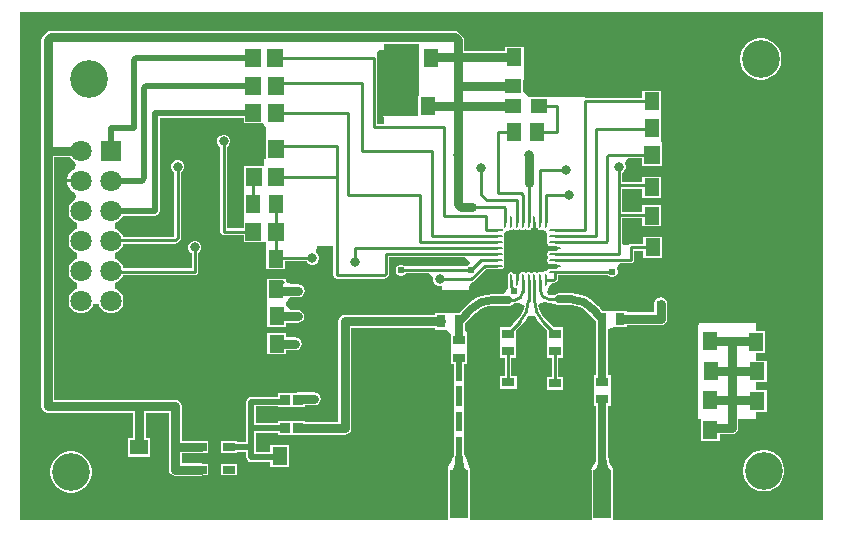
<source format=gtl>
G04*
G04 #@! TF.GenerationSoftware,Altium Limited,Altium Designer,24.5.2 (23)*
G04*
G04 Layer_Physical_Order=1*
G04 Layer_Color=255*
%FSLAX25Y25*%
%MOIN*%
G70*
G04*
G04 #@! TF.SameCoordinates,466BDFCD-25A3-4837-BAAA-452BE7E626CC*
G04*
G04*
G04 #@! TF.FilePolarity,Positive*
G04*
G01*
G75*
%ADD12C,0.01000*%
%ADD14C,0.02000*%
%ADD16R,0.07000X0.16000*%
%ADD17R,0.06000X0.16000*%
%ADD18R,0.01968X0.02362*%
%ADD19R,0.01968X0.06299*%
%ADD20R,0.04331X0.03150*%
%ADD21R,0.05118X0.05906*%
%ADD22R,0.05906X0.05118*%
%ADD23R,0.03465X0.03386*%
%ADD24R,0.03150X0.04331*%
%ADD25R,0.05315X0.05906*%
%ADD26R,0.05512X0.04724*%
%ADD27R,0.03937X0.02756*%
G04:AMPARAMS|DCode=28|XSize=39.75mil|YSize=9.55mil|CornerRadius=4.77mil|HoleSize=0mil|Usage=FLASHONLY|Rotation=0.000|XOffset=0mil|YOffset=0mil|HoleType=Round|Shape=RoundedRectangle|*
%AMROUNDEDRECTD28*
21,1,0.03975,0.00000,0,0,0.0*
21,1,0.03020,0.00955,0,0,0.0*
1,1,0.00955,0.01510,0.00000*
1,1,0.00955,-0.01510,0.00000*
1,1,0.00955,-0.01510,0.00000*
1,1,0.00955,0.01510,0.00000*
%
%ADD28ROUNDEDRECTD28*%
G04:AMPARAMS|DCode=29|XSize=9.55mil|YSize=39.75mil|CornerRadius=4.77mil|HoleSize=0mil|Usage=FLASHONLY|Rotation=0.000|XOffset=0mil|YOffset=0mil|HoleType=Round|Shape=RoundedRectangle|*
%AMROUNDEDRECTD29*
21,1,0.00955,0.03020,0,0,0.0*
21,1,0.00000,0.03975,0,0,0.0*
1,1,0.00955,0.00000,-0.01510*
1,1,0.00955,0.00000,-0.01510*
1,1,0.00955,0.00000,0.01510*
1,1,0.00955,0.00000,0.01510*
%
%ADD29ROUNDEDRECTD29*%
%ADD30R,0.03975X0.00955*%
%ADD44R,0.12598X0.12598*%
%ADD48C,0.03200*%
%ADD51C,0.02700*%
%ADD52C,0.01900*%
%ADD53C,0.03000*%
%ADD54C,0.00800*%
%ADD55C,0.01500*%
%ADD56C,0.07087*%
%ADD57R,0.07087X0.07087*%
%ADD58C,0.12598*%
%ADD59C,0.02400*%
%ADD60C,0.02402*%
G36*
X136705Y145982D02*
X136302D01*
Y139295D01*
X124728D01*
X125031Y138993D01*
Y136622D01*
X122622D01*
Y158571D01*
X122536Y159000D01*
X122449Y159130D01*
X122717Y160146D01*
X123250Y161130D01*
X125031D01*
Y163320D01*
X136705D01*
Y145982D01*
D02*
G37*
G36*
X271350Y4437D02*
X203221D01*
X201328Y4695D01*
X201328Y6437D01*
Y21128D01*
X201356Y21172D01*
X201353Y21253D01*
X201366Y21283D01*
X201328Y21895D01*
X201328Y21895D01*
X200968Y22293D01*
X200373Y23183D01*
X199963Y24173D01*
X199794Y25022D01*
X199744Y25687D01*
X199728Y26694D01*
X199717Y26719D01*
Y42617D01*
X200494D01*
Y46522D01*
X200494Y46966D01*
Y48522D01*
X200494Y48966D01*
Y52872D01*
X199717D01*
Y68176D01*
X201459Y68798D01*
X201903Y68798D01*
X205809D01*
Y69422D01*
X217216D01*
X218036Y69585D01*
X218730Y70049D01*
X219195Y70744D01*
X219358Y71563D01*
Y76681D01*
X219195Y77500D01*
X218730Y78195D01*
X218036Y78659D01*
X217216Y78822D01*
X216397Y78659D01*
X215703Y78195D01*
X215238Y77500D01*
X215075Y76681D01*
Y73704D01*
X205809D01*
Y74328D01*
X201903D01*
X201459Y74328D01*
X199903D01*
X199459Y74328D01*
X197639D01*
X196448Y75806D01*
X196277Y75948D01*
X195741Y76576D01*
X194327Y77783D01*
X192743Y78754D01*
X191025Y79466D01*
X189217Y79900D01*
X187369Y80045D01*
Y80047D01*
X187368Y80047D01*
X187367Y80047D01*
X187355Y80047D01*
X185369Y80047D01*
X183358D01*
X182597Y79896D01*
X181952Y79465D01*
X179933Y79455D01*
X179648Y79724D01*
X179116Y80544D01*
X179804Y82258D01*
X180042Y82615D01*
X181320Y83424D01*
X181320Y83424D01*
X181320Y83424D01*
X181749Y83509D01*
X182113Y83752D01*
X182581Y84221D01*
X182581Y84221D01*
X182825Y84585D01*
X182825Y84585D01*
X182829Y84608D01*
X182910Y85014D01*
Y86185D01*
X199651D01*
X200055Y85780D01*
X200717Y85506D01*
X201433D01*
X202094Y85780D01*
X202601Y86286D01*
X202875Y86948D01*
Y87664D01*
X202685Y88122D01*
X203040Y89090D01*
X203633Y90122D01*
X207177D01*
X207606Y90207D01*
X207970Y90450D01*
X208213Y90814D01*
X208299Y91243D01*
Y94260D01*
X211302D01*
Y91829D01*
X217620D01*
Y98935D01*
X211302D01*
Y96503D01*
X207177D01*
X206748Y96418D01*
X206384Y96175D01*
X206362Y96141D01*
X204859Y96289D01*
X204362Y96474D01*
Y105087D01*
X211105D01*
Y102459D01*
X217423D01*
Y109565D01*
X211105D01*
Y107330D01*
X204362D01*
Y114930D01*
X211105D01*
Y111908D01*
X217423D01*
Y119013D01*
X211105D01*
Y117173D01*
X204362D01*
Y120237D01*
X204486Y120289D01*
X205105Y120907D01*
X205440Y121716D01*
Y122591D01*
X205224Y123112D01*
X205684Y124287D01*
X206222Y125112D01*
X211006D01*
Y122484D01*
X217521D01*
Y129589D01*
X217521D01*
X217423Y131485D01*
X217423D01*
Y138590D01*
X217423D01*
Y140486D01*
X217423D01*
Y147591D01*
X211105D01*
Y145357D01*
X192020D01*
Y145382D01*
X179824Y145391D01*
X173113D01*
Y145391D01*
X172845D01*
X171163Y147391D01*
Y151091D01*
X171547D01*
Y155215D01*
X171557D01*
Y162320D01*
X165239D01*
Y160909D01*
X151722D01*
Y164406D01*
X151559Y165226D01*
X151094Y165920D01*
X150040Y166975D01*
X149345Y167439D01*
X148526Y167602D01*
X13940D01*
X13121Y167439D01*
X12426Y166975D01*
X11372Y165920D01*
X10908Y165226D01*
X10745Y164406D01*
Y127626D01*
Y42429D01*
X10908Y41610D01*
X11372Y40915D01*
X12066Y40451D01*
X12886Y40288D01*
X41162D01*
Y32006D01*
X39751D01*
Y25687D01*
X46856D01*
Y32006D01*
X45445D01*
Y40288D01*
X53264D01*
Y28846D01*
Y21366D01*
X53427Y20547D01*
X53891Y19852D01*
X54586Y19388D01*
X55405Y19225D01*
X63776D01*
X64595Y19388D01*
X64596Y19388D01*
X66344D01*
Y23344D01*
X64596D01*
X64595Y23344D01*
X63776Y23507D01*
X57547D01*
Y26705D01*
X63776D01*
X64595Y26868D01*
X64596Y26869D01*
X66344D01*
Y30824D01*
X64596D01*
X64595Y30825D01*
X63776Y30988D01*
X57547D01*
Y42429D01*
X57384Y43249D01*
X56919Y43943D01*
X56225Y44407D01*
X55405Y44570D01*
X15027D01*
Y125485D01*
X20401D01*
X20633Y125082D01*
X21405Y124311D01*
X22105Y123906D01*
X22237Y122826D01*
X22049Y121775D01*
X21159Y121262D01*
X20313Y120416D01*
X19715Y119380D01*
X19406Y118224D01*
Y118126D01*
X23949D01*
Y117126D01*
X19406D01*
Y117028D01*
X19715Y115872D01*
X20313Y114836D01*
X21159Y113990D01*
X22049Y113477D01*
X22237Y112426D01*
X22105Y111346D01*
X21405Y110942D01*
X20633Y110170D01*
X20088Y109225D01*
X19805Y108171D01*
Y107080D01*
X20088Y106027D01*
X20633Y105082D01*
X21405Y104311D01*
X22350Y103765D01*
X22737Y103661D01*
Y101591D01*
X22350Y101487D01*
X21405Y100941D01*
X20633Y100170D01*
X20088Y99225D01*
X19805Y98172D01*
Y97080D01*
X20088Y96027D01*
X20633Y95082D01*
X21405Y94310D01*
X22350Y93765D01*
X22737Y93661D01*
Y91591D01*
X22350Y91487D01*
X21405Y90941D01*
X20633Y90170D01*
X20088Y89225D01*
X19805Y88171D01*
Y87081D01*
X20088Y86027D01*
X20633Y85082D01*
X21405Y84311D01*
X22350Y83765D01*
X22737Y83661D01*
Y81591D01*
X22350Y81487D01*
X21405Y80941D01*
X20633Y80170D01*
X20088Y79225D01*
X19805Y78171D01*
Y77081D01*
X20088Y76027D01*
X20633Y75082D01*
X21405Y74310D01*
X22350Y73765D01*
X23403Y73483D01*
X24494D01*
X25548Y73765D01*
X26493Y74310D01*
X27264Y75082D01*
X27810Y76027D01*
X27913Y76414D01*
X29984D01*
X30088Y76027D01*
X30633Y75082D01*
X31405Y74310D01*
X32350Y73765D01*
X33403Y73483D01*
X34494D01*
X35548Y73765D01*
X36493Y74310D01*
X37264Y75082D01*
X37810Y76027D01*
X38092Y77081D01*
Y78171D01*
X37810Y79225D01*
X37264Y80170D01*
X36493Y80941D01*
X35548Y81487D01*
X35161Y81591D01*
Y83661D01*
X35548Y83765D01*
X36493Y84311D01*
X37264Y85082D01*
X37810Y86027D01*
X37853Y86190D01*
X61902D01*
X62331Y86275D01*
X62695Y86518D01*
X62938Y86882D01*
X63023Y87311D01*
Y93465D01*
X63148Y93517D01*
X63767Y94136D01*
X64102Y94944D01*
Y95819D01*
X63767Y96628D01*
X63148Y97247D01*
X62339Y97582D01*
X61464D01*
X60655Y97247D01*
X60036Y96628D01*
X59702Y95819D01*
Y94944D01*
X60036Y94136D01*
X60655Y93517D01*
X60780Y93465D01*
Y88433D01*
X38022D01*
X37810Y89225D01*
X37264Y90170D01*
X36493Y90941D01*
X35548Y91487D01*
X35161Y91591D01*
Y93661D01*
X35548Y93765D01*
X36493Y94310D01*
X37264Y95082D01*
X37810Y96027D01*
X37969Y96623D01*
X55272D01*
X55272Y96623D01*
X55701Y96708D01*
X56065Y96951D01*
X56986Y97872D01*
X56986Y97872D01*
X57229Y98236D01*
X57314Y98665D01*
Y120434D01*
X57439Y120485D01*
X58058Y121104D01*
X58393Y121913D01*
Y122788D01*
X58058Y123597D01*
X57439Y124215D01*
X56630Y124550D01*
X55755D01*
X54947Y124215D01*
X54328Y123597D01*
X53993Y122788D01*
Y121913D01*
X54328Y121104D01*
X54947Y120485D01*
X55071Y120434D01*
Y99130D01*
X54807Y98866D01*
X37906D01*
X37810Y99225D01*
X37264Y100170D01*
X36493Y100941D01*
X35548Y101487D01*
X35161Y101591D01*
Y103661D01*
X35548Y103765D01*
X36493Y104311D01*
X37264Y105082D01*
X37791Y105995D01*
X48516D01*
X49140Y106119D01*
X49669Y106473D01*
X50023Y107002D01*
X50147Y107626D01*
Y138632D01*
X78132D01*
Y136711D01*
X83613D01*
X84647Y136711D01*
X85613Y135111D01*
Y131809D01*
Y124703D01*
X84844D01*
Y122557D01*
X78329D01*
Y115451D01*
X78132D01*
Y104195D01*
Y101764D01*
X72669D01*
Y128898D01*
X72793Y128950D01*
X73412Y129569D01*
X73747Y130377D01*
Y131253D01*
X73412Y132061D01*
X72793Y132680D01*
X71985Y133015D01*
X71110D01*
X70301Y132680D01*
X69682Y132061D01*
X69347Y131253D01*
Y130377D01*
X69682Y129569D01*
X70301Y128950D01*
X70426Y128898D01*
Y100643D01*
X70511Y100214D01*
X70754Y99850D01*
X71118Y99607D01*
X71547Y99521D01*
X78132D01*
Y97090D01*
X84647D01*
Y97090D01*
X85459D01*
X85711Y95131D01*
Y88089D01*
X92029D01*
Y90717D01*
X99158D01*
X99210Y90592D01*
X99829Y89973D01*
X100637Y89639D01*
X101512D01*
X102321Y89973D01*
X102940Y90592D01*
X103275Y91401D01*
Y92276D01*
X102940Y93085D01*
X102321Y93704D01*
X102147Y93776D01*
X102545Y95776D01*
X108013D01*
X108024Y93780D01*
Y86130D01*
X108109Y85701D01*
X108353Y85337D01*
X108716Y85094D01*
X109146Y85008D01*
X125016D01*
X125016Y85008D01*
X125016Y85008D01*
X125445Y85094D01*
X125809Y85337D01*
X126277Y85805D01*
X126277Y85805D01*
X126520Y86169D01*
X126521Y86169D01*
X126522Y86177D01*
X126530Y86219D01*
X126606Y86599D01*
Y92090D01*
X151871D01*
X153664Y90090D01*
X153642Y89800D01*
X152980Y89526D01*
X152576Y89122D01*
X131731D01*
X131622Y89231D01*
X130960Y89505D01*
X130244D01*
X129583Y89231D01*
X129076Y88724D01*
X128802Y88063D01*
Y87347D01*
X129076Y86685D01*
X129583Y86179D01*
X130244Y85905D01*
X130960D01*
X131622Y86179D01*
X132128Y86685D01*
X132208Y86878D01*
X139997D01*
X141394Y85190D01*
Y84314D01*
X141729Y83506D01*
X142348Y82887D01*
X143157Y82552D01*
X144032D01*
X144255Y82403D01*
Y81272D01*
X153177D01*
X153240Y81209D01*
X153240Y81471D01*
X153740Y83039D01*
X154005Y83630D01*
X154434Y83716D01*
X154798Y83959D01*
X158992Y88153D01*
X162487D01*
X162603Y88176D01*
X163997Y88176D01*
X164418Y88260D01*
X164418Y88260D01*
X164774Y88498D01*
X164774Y88498D01*
X165012Y88854D01*
X165012Y88854D01*
X165012Y88854D01*
X165096Y89275D01*
X165096Y89275D01*
X165012Y89695D01*
X165012Y89695D01*
X165012Y89695D01*
X164838Y90259D01*
X165012Y90823D01*
X165096Y91243D01*
X165012Y91663D01*
X165012Y91663D01*
X164774Y92020D01*
Y92435D01*
X165012Y92791D01*
X165012Y92791D01*
X165096Y93212D01*
X165012Y93632D01*
X164838Y94196D01*
X165012Y94760D01*
X165096Y95180D01*
X165012Y95600D01*
X165012Y95600D01*
X164774Y95957D01*
Y96372D01*
X165012Y96728D01*
X165012Y96728D01*
X165096Y97149D01*
X165012Y97569D01*
X164838Y98133D01*
X165012Y98697D01*
X165012Y98697D01*
X165012Y98697D01*
X165096Y99117D01*
X165084Y99598D01*
X165103Y99784D01*
X165344Y100440D01*
X166083Y100888D01*
X167075Y101266D01*
X167217Y101238D01*
X167637Y101321D01*
X167637Y101321D01*
X167637Y101321D01*
X168201Y101496D01*
X168765Y101321D01*
X169185Y101238D01*
X169605Y101321D01*
X169605Y101321D01*
X169962Y101560D01*
X170377D01*
X170733Y101321D01*
X170733Y101321D01*
X171153Y101238D01*
X171574Y101321D01*
X172138Y101496D01*
X172702Y101321D01*
X172702Y101321D01*
X173122Y101238D01*
X173122Y101238D01*
X173542Y101321D01*
X173542Y101321D01*
X173899Y101560D01*
X173899D01*
X174035Y101764D01*
X175091Y101875D01*
X176146Y101764D01*
X176282Y101560D01*
X176282D01*
X176639Y101321D01*
X176639Y101321D01*
X177059Y101238D01*
X177059Y101238D01*
X177258Y101277D01*
X177726Y101231D01*
X178784Y100842D01*
X179173Y99784D01*
X179219Y99316D01*
X179180Y99117D01*
X179263Y98697D01*
X179263Y98697D01*
X179263Y98697D01*
X179437Y98133D01*
X179263Y97569D01*
X179263Y97569D01*
X179180Y97149D01*
X179180Y97149D01*
X179263Y96728D01*
X179263Y96728D01*
X179501Y96372D01*
Y96372D01*
X179706Y96235D01*
X179817Y95180D01*
X179706Y94125D01*
X179501Y93988D01*
X179501Y93988D01*
X179263Y93632D01*
X179180Y93212D01*
X179180Y93212D01*
X179263Y92791D01*
X179263Y92791D01*
X179501Y92435D01*
X179501Y92020D01*
X179263Y91663D01*
X179263Y91663D01*
X179180Y91243D01*
X179180Y91243D01*
X179263Y90823D01*
X179501Y90466D01*
X179501Y90466D01*
X179706Y90330D01*
X179817Y89275D01*
X179706Y88219D01*
X179501Y88083D01*
X179436Y87985D01*
X178883Y87586D01*
X177726Y87161D01*
X177258Y87114D01*
X177059Y87154D01*
X176639Y87070D01*
X176639Y87070D01*
X176639Y87070D01*
X176075Y86896D01*
X175511Y87070D01*
X175091Y87154D01*
X174670Y87070D01*
X174670Y87070D01*
X174314Y86832D01*
X173899D01*
X173542Y87070D01*
X173542Y87070D01*
X173122Y87154D01*
X172702Y87070D01*
X172138Y86896D01*
X171574Y87070D01*
X171574Y87070D01*
X171153Y87154D01*
X171153Y87154D01*
X170733Y87070D01*
X170733Y87070D01*
X170377Y86832D01*
X170377D01*
X170240Y86628D01*
X169185Y86516D01*
X168130Y86628D01*
X167993Y86832D01*
X167637Y87070D01*
X167217Y87154D01*
X167217Y87154D01*
X166796Y87070D01*
X166796Y87070D01*
X166440Y86832D01*
X166440Y86832D01*
X166202Y86476D01*
X166202Y86476D01*
X166118Y86055D01*
X166118Y86055D01*
X166118Y85666D01*
X166118Y85666D01*
X166118Y85351D01*
Y84662D01*
X166095Y84545D01*
X166118Y84431D01*
Y82322D01*
X166118Y82322D01*
X166203Y81893D01*
X165381Y80196D01*
X164556Y79850D01*
X161123D01*
X161112Y79848D01*
X159247Y79702D01*
X157418Y79263D01*
X155681Y78543D01*
X154077Y77560D01*
X152654Y76345D01*
X152646Y76339D01*
X149849Y73542D01*
X148163D01*
X147719Y73542D01*
X146163D01*
X145719Y73542D01*
X141813D01*
Y72917D01*
X111902D01*
X111082Y72754D01*
X110388Y72290D01*
X109923Y71595D01*
X109760Y70776D01*
Y37287D01*
X98691D01*
Y37439D01*
X89490D01*
Y36777D01*
X82336D01*
Y42373D01*
X89490D01*
Y42302D01*
X98691D01*
Y42847D01*
X101665D01*
X102485Y43010D01*
X103179Y43474D01*
X103644Y44169D01*
X103806Y44988D01*
X103644Y45808D01*
X103179Y46502D01*
X102485Y46966D01*
X101665Y47129D01*
X96359D01*
X95539Y46966D01*
X95421Y46887D01*
X89490D01*
Y45635D01*
X80705D01*
X80081Y45511D01*
X79552Y45158D01*
X79198Y44628D01*
X79074Y44004D01*
Y35146D01*
Y30478D01*
X75793D01*
Y30824D01*
X70656D01*
Y26869D01*
X75793D01*
Y27215D01*
X79074D01*
Y25500D01*
X79198Y24876D01*
X79552Y24347D01*
X80081Y23993D01*
X80705Y23869D01*
X86995D01*
Y22341D01*
X93313D01*
Y29446D01*
X86995D01*
Y27131D01*
X82336D01*
Y28846D01*
Y33514D01*
X89490D01*
Y32853D01*
X98691D01*
Y33005D01*
X111902D01*
X112721Y33167D01*
X113416Y33632D01*
X113880Y34326D01*
X114043Y35146D01*
Y68634D01*
X141813D01*
Y68012D01*
X145751D01*
X146760Y67128D01*
X147219Y66449D01*
Y62821D01*
X147219Y62376D01*
Y60821D01*
X147219Y60376D01*
Y56471D01*
X148404D01*
Y53816D01*
X148400D01*
X148400Y50254D01*
X148400Y48317D01*
X148400Y46317D01*
Y45348D01*
X148400D01*
X148400Y41786D01*
X148400Y39849D01*
X148400Y37849D01*
Y36848D01*
X148400D01*
X148400Y33286D01*
X148400Y31349D01*
X148400Y29349D01*
Y29349D01*
X148385Y28760D01*
X148385Y28759D01*
X148380Y26383D01*
X148324Y26123D01*
X148147Y25859D01*
X148147Y25859D01*
X148078Y25508D01*
X147531Y24516D01*
X146284Y22298D01*
X146347Y21087D01*
Y21086D01*
X146348Y21084D01*
X146352Y21003D01*
Y21003D01*
X146384Y20947D01*
X146384Y20575D01*
Y6437D01*
X146384Y4498D01*
X144410Y4437D01*
X3634D01*
Y173728D01*
X271350D01*
Y4437D01*
D02*
G37*
G36*
X178961Y77064D02*
X180021Y76924D01*
X181926Y76693D01*
X181952Y76653D01*
X182597Y76222D01*
X183358Y76071D01*
X187355D01*
X187362Y76072D01*
X187367Y76071D01*
X187367Y76071D01*
X189270Y75835D01*
X190387Y75496D01*
X191752Y74766D01*
X191931Y74619D01*
X193372Y73269D01*
X194591Y71773D01*
X194941Y71339D01*
X195536Y70842D01*
X195554Y70836D01*
Y68798D01*
X195740D01*
Y52872D01*
X194963D01*
Y48966D01*
X194963Y48522D01*
Y46966D01*
X194963Y46522D01*
Y42617D01*
X195740D01*
Y26729D01*
X195729Y26705D01*
X195675Y25082D01*
X195494Y24174D01*
X195262Y23615D01*
X195084Y23184D01*
X194128Y21895D01*
X194128Y21895D01*
X194091Y21283D01*
X194104Y21253D01*
X194100Y21172D01*
X194128Y21128D01*
Y6437D01*
X194128Y4695D01*
X192235Y4437D01*
X155559D01*
X153584Y4498D01*
X153584Y6437D01*
Y20935D01*
X153584Y20947D01*
X153616Y21003D01*
X153613Y21067D01*
X153622Y21086D01*
X153584Y21698D01*
X153423Y22478D01*
X152560Y24498D01*
X151588Y26435D01*
X151584Y28759D01*
X151584Y28760D01*
X151568Y29349D01*
X151568Y29349D01*
X151568Y29349D01*
X151568Y32911D01*
X151568Y34848D01*
X151568Y36848D01*
Y37849D01*
X151568D01*
X151568Y41411D01*
X151568Y43348D01*
X151568Y45348D01*
Y46317D01*
X151568D01*
X151568Y49880D01*
X151568Y51880D01*
Y53816D01*
X151565D01*
Y56471D01*
X152750D01*
Y60376D01*
X152750Y60821D01*
Y62376D01*
X152750Y62821D01*
Y66726D01*
X152750D01*
X152068Y68012D01*
Y70139D01*
X155457Y73527D01*
X155508Y73604D01*
X156656Y74546D01*
X158046Y75289D01*
X159554Y75747D01*
X161032Y75892D01*
X161123Y75874D01*
X166232D01*
X166895Y76006D01*
X166993Y76025D01*
X166995Y76026D01*
X168595Y76731D01*
X169550Y76856D01*
X169941Y77018D01*
X171417Y76251D01*
X171782Y75734D01*
X171338Y74270D01*
X170604Y72897D01*
X169400Y71396D01*
X167986Y69981D01*
X166821Y68817D01*
X163467D01*
Y64911D01*
X163467Y64467D01*
Y62911D01*
X163467Y62467D01*
Y58561D01*
X165111D01*
Y52675D01*
X163664D01*
Y48325D01*
X169194D01*
Y52675D01*
X167354D01*
Y58561D01*
X168998D01*
Y62467D01*
X168998Y62911D01*
Y64467D01*
X168998Y64911D01*
Y67821D01*
X169572Y68395D01*
X170995Y69801D01*
X172130Y71129D01*
X172231Y71294D01*
X173020Y72582D01*
X173170Y72619D01*
X175043D01*
X175192Y72582D01*
X175982Y71294D01*
X176083Y71129D01*
X177217Y69801D01*
X177226Y69810D01*
X179215Y67821D01*
Y64911D01*
X179215Y64467D01*
Y62911D01*
X179215Y62467D01*
Y58561D01*
X180859D01*
Y52281D01*
X179215D01*
Y47932D01*
X184746D01*
Y52281D01*
X183102D01*
Y58561D01*
X184746D01*
Y62467D01*
X184746Y62911D01*
Y64467D01*
X184746Y64911D01*
Y68817D01*
X181392D01*
X178813Y71396D01*
X178772Y71423D01*
X177697Y72733D01*
X176875Y74270D01*
X176369Y75939D01*
X176343Y76203D01*
X177313Y76959D01*
X178238Y77363D01*
X178961Y77064D01*
D02*
G37*
G36*
X150939Y26052D02*
X149029D01*
X149034Y28758D01*
X150934D01*
X150939Y26052D01*
D02*
G37*
G36*
X199095Y25657D02*
X199226Y23929D01*
X199340Y23227D01*
X199488Y22633D01*
X199668Y22147D01*
X199881Y21769D01*
X200127Y21499D01*
X200405Y21337D01*
X200716Y21283D01*
X194740D01*
X195052Y21337D01*
X195330Y21499D01*
X195576Y21769D01*
X195789Y22147D01*
X195969Y22633D01*
X196116Y23227D01*
X196231Y23929D01*
X196313Y24739D01*
X196378Y26683D01*
X199078D01*
X199095Y25657D01*
D02*
G37*
G36*
X151351Y24336D02*
X151482Y23052D01*
X151596Y22531D01*
X151744Y22089D01*
X151924Y21728D01*
X152137Y21448D01*
X152383Y21247D01*
X152661Y21127D01*
X152972Y21086D01*
X146996D01*
X147308Y21127D01*
X147586Y21247D01*
X147832Y21448D01*
X148045Y21728D01*
X148225Y22089D01*
X148372Y22531D01*
X148487Y23052D01*
X148569Y23654D01*
X148618Y24336D01*
X148634Y25098D01*
X151334D01*
X151351Y24336D01*
D02*
G37*
%LPC*%
G36*
X251164Y165076D02*
X249805D01*
X248472Y164811D01*
X247216Y164291D01*
X246086Y163536D01*
X245125Y162575D01*
X244370Y161445D01*
X243850Y160190D01*
X243585Y158857D01*
Y157498D01*
X243850Y156165D01*
X244370Y154909D01*
X245125Y153779D01*
X246086Y152818D01*
X247216Y152063D01*
X248472Y151543D01*
X249805Y151278D01*
X251164D01*
X252497Y151543D01*
X253752Y152063D01*
X254882Y152818D01*
X255843Y153779D01*
X256598Y154909D01*
X257118Y156165D01*
X257383Y157498D01*
Y158857D01*
X257118Y160190D01*
X256598Y161445D01*
X255843Y162575D01*
X254882Y163536D01*
X253752Y164291D01*
X252497Y164811D01*
X251164Y165076D01*
D02*
G37*
G36*
X91126Y84980D02*
X91018Y84958D01*
X90760Y84958D01*
X85908D01*
Y77876D01*
X85908Y77853D01*
X86105Y75934D01*
X86105Y75853D01*
Y68852D01*
X92423D01*
Y70263D01*
X96153D01*
X96973Y70426D01*
X97668Y70890D01*
X98132Y71585D01*
X98295Y72404D01*
X98132Y73224D01*
X97668Y73918D01*
X96973Y74383D01*
X96153Y74546D01*
X93847D01*
X92423Y75957D01*
X92329Y76871D01*
X93741Y78805D01*
X93848Y78871D01*
X96350D01*
X97170Y79034D01*
X97864Y79498D01*
X98329Y80192D01*
X98492Y81012D01*
X98329Y81831D01*
X97864Y82526D01*
X97170Y82990D01*
X96350Y83153D01*
X94050D01*
X92248Y83858D01*
X92226Y84958D01*
X91126Y84980D01*
D02*
G37*
G36*
X92423Y66848D02*
X86105D01*
Y59742D01*
X92423D01*
Y61154D01*
X95366D01*
X96185Y61317D01*
X96880Y61781D01*
X97344Y62476D01*
X97507Y63295D01*
X97344Y64115D01*
X96880Y64809D01*
X96185Y65273D01*
X95366Y65436D01*
X92423D01*
Y66848D01*
D02*
G37*
G36*
X248909Y70185D02*
X229815D01*
X229618Y68610D01*
Y38098D01*
X230593D01*
Y31002D01*
X236911D01*
Y33201D01*
X240839D01*
X241658Y33364D01*
X242353Y33828D01*
X242817Y34523D01*
X242980Y35342D01*
Y38098D01*
X248909D01*
Y40648D01*
X252462D01*
Y47754D01*
X248909D01*
Y50491D01*
X252462D01*
Y57596D01*
X248909D01*
Y60333D01*
X252068D01*
Y67439D01*
X248909D01*
Y70185D01*
D02*
G37*
G36*
X75793Y23344D02*
X70656D01*
Y19388D01*
X75793D01*
Y23344D01*
D02*
G37*
G36*
X252148Y27872D02*
X250789D01*
X249456Y27606D01*
X248200Y27086D01*
X247071Y26331D01*
X246110Y25370D01*
X245355Y24240D01*
X244834Y22985D01*
X244569Y21652D01*
Y20293D01*
X244834Y18960D01*
X245355Y17704D01*
X246110Y16574D01*
X247071Y15613D01*
X248200Y14858D01*
X249456Y14338D01*
X250789Y14073D01*
X252148D01*
X253481Y14338D01*
X254736Y14858D01*
X255867Y15613D01*
X256827Y16574D01*
X257582Y17704D01*
X258103Y18960D01*
X258368Y20293D01*
Y21652D01*
X258103Y22985D01*
X257582Y24240D01*
X256827Y25370D01*
X255867Y26331D01*
X254736Y27086D01*
X253481Y27606D01*
X252148Y27872D01*
D02*
G37*
G36*
X21242Y27478D02*
X19884D01*
X18551Y27213D01*
X17295Y26693D01*
X16165Y25938D01*
X15204Y24977D01*
X14449Y23847D01*
X13929Y22591D01*
X13664Y21258D01*
Y19899D01*
X13929Y18566D01*
X14449Y17311D01*
X15204Y16181D01*
X16165Y15220D01*
X17295Y14465D01*
X18551Y13945D01*
X19884Y13679D01*
X21242D01*
X22575Y13945D01*
X23831Y14465D01*
X24961Y15220D01*
X25922Y16181D01*
X26677Y17311D01*
X27197Y18566D01*
X27462Y19899D01*
Y21258D01*
X27197Y22591D01*
X26677Y23847D01*
X25922Y24977D01*
X24961Y25938D01*
X23831Y26693D01*
X22575Y27213D01*
X21242Y27478D01*
D02*
G37*
%LPD*%
D12*
X168595Y77862D02*
G03*
X171153Y80421I0J2559D01*
G01*
X170193Y70603D02*
G03*
X173122Y77674I-7071J7071D01*
G01*
X175091Y77674D02*
G03*
X178019Y70603I10000J0D01*
G01*
X177059Y81021D02*
G03*
X180021Y78059I2962J0D01*
G01*
X166232Y77862D02*
X168595D01*
X125484Y93212D02*
X162487D01*
X154000Y88000D02*
X157243Y91243D01*
X162487D01*
X115248Y95180D02*
X162487D01*
X137000Y97149D02*
X162487D01*
X137000D02*
Y113000D01*
X112886D02*
X137000D01*
X141000Y99117D02*
Y127500D01*
Y99117D02*
X162487D01*
X117610Y127500D02*
X141000D01*
X115248Y90658D02*
Y95180D01*
X117610Y127500D02*
Y150303D01*
X89809D02*
X117610D01*
X121500Y135500D02*
Y158571D01*
Y135500D02*
X145000D01*
Y106000D02*
Y135500D01*
X130602Y88000D02*
X154000D01*
X130602Y87705D02*
Y88000D01*
X143595Y84752D02*
X154005D01*
X158527Y89275D01*
X162487D01*
X145000Y106000D02*
X159000D01*
Y101086D02*
Y106000D01*
Y101086D02*
X162487D01*
X87635Y158571D02*
X121500D01*
X125484Y86599D02*
Y93212D01*
X214264Y134161D02*
Y134501D01*
X81390Y119004D02*
X81390D01*
X81390Y109752D02*
Y119004D01*
X88870Y109752D02*
X88870D01*
X88870Y100643D02*
X88870D01*
X88870D02*
Y109752D01*
X90154Y25500D02*
Y25894D01*
X91823Y44004D02*
Y44594D01*
X173122Y77674D02*
Y84545D01*
X175091Y77674D02*
Y84545D01*
X178019Y70603D02*
X181980Y66642D01*
Y50894D02*
Y60736D01*
X166232Y51878D02*
Y60736D01*
X192020Y101086D02*
Y144235D01*
X181788Y101086D02*
X192020D01*
X181788Y99117D02*
X195760D01*
Y134949D01*
X199303Y97617D02*
Y125765D01*
X181788Y97149D02*
X198835D01*
X199303Y97617D01*
Y125765D02*
X199772Y126233D01*
X181788Y93212D02*
X203240D01*
X214264Y115461D02*
Y115854D01*
X203240Y93212D02*
Y106209D01*
Y116051D01*
X192020Y144235D02*
X214264D01*
X195760Y134949D02*
X214264D01*
X199772Y126233D02*
X214264D01*
X203240Y106209D02*
X214264D01*
X181788Y91243D02*
X207177D01*
Y95382D01*
X214461D01*
X88870Y140264D02*
X112886D01*
X88870Y128256D02*
Y129240D01*
Y119004D02*
X109146D01*
Y129240D01*
X89067Y81406D02*
Y81799D01*
X91126Y83858D01*
X88870Y129240D02*
X109146D01*
X88870Y118413D02*
Y119004D01*
X109146Y86130D02*
Y119004D01*
X88870Y91642D02*
Y91839D01*
Y100643D01*
X61902Y87311D02*
Y95382D01*
X33949Y87311D02*
Y87626D01*
Y87311D02*
X61902D01*
X165248Y103847D02*
Y108496D01*
X154224Y108965D02*
X164779D01*
X165248Y108496D01*
X33949Y97626D02*
Y97744D01*
X169185Y103847D02*
Y111130D01*
X163083Y113492D02*
X170626D01*
X171153Y112965D01*
Y103847D02*
Y112965D01*
X163083Y133965D02*
X168398D01*
X163083Y113492D02*
Y133965D01*
X176469Y142429D02*
X182768D01*
X175878Y133965D02*
X182768D01*
Y142429D01*
X63776Y28650D02*
Y28846D01*
X179028Y103847D02*
Y112705D01*
X186508D01*
X159146Y111130D02*
X169185D01*
X157374Y112902D02*
Y121760D01*
Y112902D02*
X159146Y111130D01*
X56193Y98665D02*
Y122350D01*
X55272Y97744D02*
X56193Y98665D01*
X33949Y97744D02*
X55272D01*
X177059Y103847D02*
Y121366D01*
X185721D01*
X173122Y103847D02*
Y116839D01*
X181788Y85014D02*
Y87306D01*
X179028Y84545D02*
X181320D01*
X181788Y85014D01*
Y87306D02*
X201075D01*
X203240Y116051D02*
X214264D01*
X203240D02*
Y122153D01*
X71547Y100643D02*
Y130815D01*
Y100643D02*
X81390D01*
X112886Y113000D02*
Y140264D01*
X125016Y86130D02*
X125484Y86599D01*
X109146Y86130D02*
X125016D01*
X88870Y91839D02*
X101075D01*
X171153Y80421D02*
Y84545D01*
X167217D02*
X167239Y84523D01*
Y82322D02*
Y84523D01*
Y82322D02*
X168201Y81360D01*
Y80981D02*
Y81360D01*
X165248Y83115D02*
Y84545D01*
X166232Y66642D02*
X170193Y70603D01*
X177059Y81021D02*
Y84545D01*
X180021Y78059D02*
X183358D01*
X169185Y84545D02*
Y89083D01*
X175091Y101595D02*
Y103847D01*
X175091Y103847D01*
D14*
X196564Y72511D02*
X196565Y72511D01*
X197135Y71941D01*
X197728D01*
X187355Y78059D02*
X187368Y78059D01*
X196489Y72587D02*
X196564Y72511D01*
X80705Y25500D02*
X90154D01*
X80705D02*
Y28846D01*
X73225D02*
X80705D01*
Y44004D02*
X91823D01*
X80705Y35146D02*
X91823D01*
X80705Y28846D02*
Y35146D01*
Y44004D01*
X48516Y140264D02*
X81390D01*
X48516Y107626D02*
Y140264D01*
X33949Y107626D02*
X48516D01*
X44972Y118387D02*
Y148557D01*
X33949Y117626D02*
X44211D01*
X44972Y118387D01*
Y148557D02*
X45734Y149319D01*
X81390D01*
X41626Y157809D02*
X42388Y158571D01*
X41626Y135303D02*
Y157809D01*
X42388Y158571D02*
X81251D01*
X33949Y127626D02*
Y135303D01*
X41626D01*
D16*
X187728Y13295D02*
D03*
X207728D02*
D03*
X159984Y13098D02*
D03*
X139984D02*
D03*
D17*
X197728Y13295D02*
D03*
X149984Y13098D02*
D03*
D18*
Y31130D02*
D03*
Y35067D02*
D03*
Y39630D02*
D03*
Y43567D02*
D03*
Y48098D02*
D03*
Y52035D02*
D03*
D19*
X146835Y33098D02*
D03*
Y41598D02*
D03*
Y50067D02*
D03*
D20*
X149984Y58646D02*
D03*
Y64551D02*
D03*
X166232Y60736D02*
D03*
Y66642D02*
D03*
X181980Y44201D02*
D03*
Y50106D02*
D03*
X166429Y44594D02*
D03*
Y50500D02*
D03*
X197728Y44791D02*
D03*
Y50697D02*
D03*
X181980Y60736D02*
D03*
Y66642D02*
D03*
D21*
X88870Y109752D02*
D03*
X81390D02*
D03*
Y91642D02*
D03*
X88870D02*
D03*
X221744Y115461D02*
D03*
X214264D02*
D03*
X175878Y158768D02*
D03*
X168398D02*
D03*
X233949Y54240D02*
D03*
X226468D02*
D03*
X256784Y54043D02*
D03*
X249303D02*
D03*
X139461Y142429D02*
D03*
X131980D02*
D03*
X140445Y158571D02*
D03*
X132965D02*
D03*
X81783Y72404D02*
D03*
X89264D02*
D03*
X81783Y63295D02*
D03*
X89264D02*
D03*
X221744Y135037D02*
D03*
X214264D02*
D03*
X221941Y95382D02*
D03*
X214461D02*
D03*
X221744Y144038D02*
D03*
X214264D02*
D03*
X97634Y25894D02*
D03*
X90154D02*
D03*
X256784Y44201D02*
D03*
X249303D02*
D03*
X226272Y34555D02*
D03*
X233752D02*
D03*
X233555Y44398D02*
D03*
X226075D02*
D03*
X221744Y106012D02*
D03*
X214264D02*
D03*
X168398Y133965D02*
D03*
X175878D02*
D03*
X256390Y63886D02*
D03*
X248909D02*
D03*
X226272Y64083D02*
D03*
X233752D02*
D03*
X81587Y81406D02*
D03*
X89067D02*
D03*
D22*
X43303Y21366D02*
D03*
Y28846D02*
D03*
D23*
X96359Y44594D02*
D03*
X91823D02*
D03*
X96359Y35146D02*
D03*
X91823D02*
D03*
D24*
X197728Y71563D02*
D03*
X203634D02*
D03*
X149894Y70777D02*
D03*
X143988D02*
D03*
D25*
X89067Y119004D02*
D03*
X81587D02*
D03*
X81390Y100643D02*
D03*
X88870D02*
D03*
X81390Y128256D02*
D03*
X88870D02*
D03*
X81193Y158374D02*
D03*
X88673D02*
D03*
X81390Y149319D02*
D03*
X88870D02*
D03*
X81390Y140264D02*
D03*
X88870D02*
D03*
X214264Y126036D02*
D03*
X221744D02*
D03*
D26*
X167807Y142429D02*
D03*
Y149122D02*
D03*
X176469Y142429D02*
D03*
Y149122D02*
D03*
D27*
X73225Y28846D02*
D03*
Y21366D02*
D03*
X63776Y28846D02*
D03*
Y25106D02*
D03*
Y21366D02*
D03*
D28*
X162487Y87306D02*
D03*
Y89275D02*
D03*
Y99117D02*
D03*
Y95180D02*
D03*
Y97149D02*
D03*
Y91243D02*
D03*
Y93212D02*
D03*
X181788Y87306D02*
D03*
Y89275D02*
D03*
Y91243D02*
D03*
Y97149D02*
D03*
Y99117D02*
D03*
Y93212D02*
D03*
Y95180D02*
D03*
Y101086D02*
D03*
D29*
X165248Y84545D02*
D03*
X167217D02*
D03*
Y103847D02*
D03*
X165248D02*
D03*
X175091Y84545D02*
D03*
X179028D02*
D03*
X177059D02*
D03*
X171153D02*
D03*
X169185D02*
D03*
X173122D02*
D03*
X177059Y103847D02*
D03*
X171153D02*
D03*
X169185D02*
D03*
X175091D02*
D03*
X173122D02*
D03*
X179028D02*
D03*
D30*
X162487Y101086D02*
D03*
D44*
X172138Y94196D02*
D03*
D48*
X61902Y95382D02*
D03*
X173122Y126091D02*
D03*
X149580Y126224D02*
D03*
X101075Y91839D02*
D03*
X186508Y112705D02*
D03*
X157374Y121760D02*
D03*
X56193Y122350D02*
D03*
X185721Y121366D02*
D03*
X203240Y122153D02*
D03*
X71547Y130815D02*
D03*
X115248Y90658D02*
D03*
X143595Y84752D02*
D03*
D51*
X149894Y64770D02*
G03*
X149984Y64551I309J0D01*
G01*
X194900Y74558D02*
G03*
X187368Y78059I-7536J-6359D01*
G01*
X161123Y77862D02*
G03*
X154051Y74933I0J-10000D01*
G01*
X197728Y13295D02*
Y44791D01*
X149984Y13098D02*
Y25098D01*
X150484Y71366D02*
X154051Y74933D01*
X149894Y64770D02*
Y70777D01*
X183358Y78059D02*
X187355D01*
X194900Y74558D02*
X196489Y72587D01*
X161123Y77862D02*
X166232D01*
X197728Y50697D02*
Y71941D01*
D52*
X149984Y25098D02*
Y31130D01*
Y43567D02*
Y48098D01*
Y35067D02*
Y39630D01*
Y52035D02*
Y58646D01*
D53*
X96359Y44988D02*
X101665D01*
X233752Y64083D02*
X240839D01*
X248909Y63886D02*
Y64083D01*
X240839Y54240D02*
Y64083D01*
X233949Y54240D02*
X240839D01*
X249303Y54043D02*
Y54240D01*
X240839Y44398D02*
Y54240D01*
X233555Y44398D02*
X240839D01*
X249303Y44201D02*
Y44398D01*
X240839Y35342D02*
Y44398D01*
X233752Y34555D02*
Y35342D01*
X149580Y149122D02*
X167807D01*
X89264Y72404D02*
X96153D01*
X89264Y63295D02*
X95366D01*
X89067Y81406D02*
X89461Y81012D01*
X96359Y44594D02*
Y44988D01*
Y35146D02*
X111902D01*
X149580Y142429D02*
X167807D01*
X139461D02*
X149580D01*
Y149122D01*
X150635Y108965D02*
X154224D01*
X149580Y110019D02*
X150635Y108965D01*
X12886Y127626D02*
X23949D01*
X43303Y28846D02*
Y42429D01*
X55405D01*
Y28846D02*
Y42429D01*
Y28846D02*
X63776D01*
X55405Y21366D02*
X63776D01*
X55405D02*
Y28846D01*
X150484Y158768D02*
X168398D01*
X140642D02*
X149580D01*
Y149122D02*
Y158768D01*
X12886Y42429D02*
X43303D01*
X167217Y141839D02*
X167807Y142429D01*
X149580Y110019D02*
Y142429D01*
X12886Y42429D02*
Y127626D01*
X173122Y116839D02*
Y126091D01*
X203634Y71563D02*
X217216D01*
X89461Y81012D02*
X96350D01*
X233752Y35342D02*
X240839D01*
Y44398D02*
X249303D01*
X240839Y54240D02*
X249303D01*
X217216Y71563D02*
Y76681D01*
X240839Y64083D02*
X248909D01*
X111902Y35146D02*
Y70776D01*
X134146D02*
X143988D01*
X111902D02*
X134146D01*
X148526Y165461D02*
X149580Y164406D01*
X12886D02*
X13940Y165461D01*
X148526D01*
X149580Y158768D02*
Y164406D01*
X12886Y127626D02*
Y164406D01*
D54*
X176469Y142429D02*
X176665Y142232D01*
D55*
X179817Y95180D02*
X181788D01*
X176272Y89275D02*
X181788D01*
D56*
X23949Y77626D02*
D03*
X33949D02*
D03*
X23949Y127626D02*
D03*
Y117626D02*
D03*
Y107626D02*
D03*
Y97626D02*
D03*
Y87626D02*
D03*
X33949Y117626D02*
D03*
Y107626D02*
D03*
Y97626D02*
D03*
Y87626D02*
D03*
D57*
Y127626D02*
D03*
D58*
X251468Y20972D02*
D03*
X20563Y20579D02*
D03*
X26469Y151484D02*
D03*
X250484Y158177D02*
D03*
D59*
X194228Y38295D02*
D03*
X154484Y68098D02*
D03*
X154984Y62598D02*
D03*
Y57598D02*
D03*
X153984Y27598D02*
D03*
X153484Y42098D02*
D03*
Y52098D02*
D03*
Y37098D02*
D03*
Y47098D02*
D03*
Y32098D02*
D03*
X154984Y23098D02*
D03*
Y18098D02*
D03*
X143484Y32598D02*
D03*
X144984Y23098D02*
D03*
X145984Y27598D02*
D03*
X164000Y86000D02*
D03*
X158500Y81000D02*
D03*
X153500Y79500D02*
D03*
X158000Y73500D02*
D03*
X163000Y74500D02*
D03*
X168000Y75000D02*
D03*
X154000Y88000D02*
D03*
X181980Y66642D02*
D03*
X217020Y76681D02*
D03*
X126228Y157795D02*
D03*
X126728Y142295D02*
D03*
X130602Y87705D02*
D03*
X96350Y81012D02*
D03*
X96153Y72404D02*
D03*
X95366Y63295D02*
D03*
X101665Y44988D02*
D03*
X201075Y87306D02*
D03*
X240839Y64083D02*
D03*
X168201Y80981D02*
D03*
X134146Y70776D02*
D03*
X5602Y6406D02*
D03*
X10602D02*
D03*
X15602D02*
D03*
X20602D02*
D03*
X25602D02*
D03*
X30602D02*
D03*
X35602D02*
D03*
X40602D02*
D03*
X50602D02*
D03*
X45602D02*
D03*
X55602D02*
D03*
X60602D02*
D03*
X65602D02*
D03*
X70602D02*
D03*
X75602D02*
D03*
X80602D02*
D03*
X85602D02*
D03*
X90602D02*
D03*
X95602D02*
D03*
X100602D02*
D03*
X105602D02*
D03*
X110602D02*
D03*
X115602D02*
D03*
X120602D02*
D03*
X125602D02*
D03*
X130602D02*
D03*
X170602D02*
D03*
X175602D02*
D03*
X215602D02*
D03*
X220602D02*
D03*
X225602D02*
D03*
X230602D02*
D03*
X235602D02*
D03*
X240602D02*
D03*
X245602D02*
D03*
X250602D02*
D03*
X255602D02*
D03*
X260602D02*
D03*
X265602D02*
D03*
X5602Y11406D02*
D03*
Y16406D02*
D03*
Y21406D02*
D03*
Y26406D02*
D03*
Y31405D02*
D03*
Y36406D02*
D03*
Y41405D02*
D03*
Y46406D02*
D03*
Y51406D02*
D03*
Y56406D02*
D03*
Y61405D02*
D03*
Y66405D02*
D03*
Y71406D02*
D03*
Y76406D02*
D03*
Y81406D02*
D03*
Y86405D02*
D03*
Y91405D02*
D03*
Y96406D02*
D03*
Y101406D02*
D03*
Y106405D02*
D03*
Y111406D02*
D03*
Y116405D02*
D03*
Y121405D02*
D03*
Y126406D02*
D03*
Y131405D02*
D03*
Y136406D02*
D03*
Y141405D02*
D03*
Y146405D02*
D03*
Y151406D02*
D03*
Y156405D02*
D03*
Y161406D02*
D03*
Y166405D02*
D03*
Y171405D02*
D03*
X10602D02*
D03*
X15602D02*
D03*
X20602D02*
D03*
X25602D02*
D03*
X30602D02*
D03*
X35602D02*
D03*
X45602D02*
D03*
X40602D02*
D03*
X50602D02*
D03*
X55602D02*
D03*
X60602D02*
D03*
X65602D02*
D03*
X70602D02*
D03*
X75602D02*
D03*
X80602D02*
D03*
X85602D02*
D03*
X90602D02*
D03*
X95602D02*
D03*
X100602D02*
D03*
X105602D02*
D03*
X110602D02*
D03*
X120602D02*
D03*
X115602D02*
D03*
X125602D02*
D03*
X130602D02*
D03*
X135602D02*
D03*
X140602D02*
D03*
X150602D02*
D03*
X145602D02*
D03*
X155602D02*
D03*
X160602D02*
D03*
X165602D02*
D03*
X175602D02*
D03*
X170602D02*
D03*
X180602D02*
D03*
X185602D02*
D03*
X195602D02*
D03*
X190602D02*
D03*
X200602D02*
D03*
X205602D02*
D03*
X210602D02*
D03*
X215602D02*
D03*
X220602D02*
D03*
X225602D02*
D03*
X230602D02*
D03*
X235602D02*
D03*
X240602D02*
D03*
X245602D02*
D03*
X250602D02*
D03*
X255602D02*
D03*
X260602D02*
D03*
X265602D02*
D03*
X135602Y6406D02*
D03*
X140602D02*
D03*
X160602D02*
D03*
X185602D02*
D03*
X180602D02*
D03*
X210602D02*
D03*
X265602Y166405D02*
D03*
Y161406D02*
D03*
Y156405D02*
D03*
Y151406D02*
D03*
Y146405D02*
D03*
Y141405D02*
D03*
Y136406D02*
D03*
Y131405D02*
D03*
Y126406D02*
D03*
Y121405D02*
D03*
Y116405D02*
D03*
Y111406D02*
D03*
Y101406D02*
D03*
Y106405D02*
D03*
Y96406D02*
D03*
Y91405D02*
D03*
Y86405D02*
D03*
Y81406D02*
D03*
Y76406D02*
D03*
Y71406D02*
D03*
Y66405D02*
D03*
Y61405D02*
D03*
Y56406D02*
D03*
Y51406D02*
D03*
Y46406D02*
D03*
Y41405D02*
D03*
Y36406D02*
D03*
Y31405D02*
D03*
Y26406D02*
D03*
Y21406D02*
D03*
Y16406D02*
D03*
Y11406D02*
D03*
X144984Y13098D02*
D03*
Y18098D02*
D03*
X143484Y47598D02*
D03*
Y37598D02*
D03*
Y52598D02*
D03*
X144984Y57598D02*
D03*
Y8098D02*
D03*
X165181Y6598D02*
D03*
X143484Y42598D02*
D03*
X144984Y62598D02*
D03*
X154984Y8098D02*
D03*
Y13098D02*
D03*
X191728Y13295D02*
D03*
Y18295D02*
D03*
Y23295D02*
D03*
X193728Y28295D02*
D03*
X194228Y33295D02*
D03*
X192532Y48295D02*
D03*
X192728Y53295D02*
D03*
X194228Y58295D02*
D03*
X191728Y8295D02*
D03*
X193728Y43295D02*
D03*
X201228Y63295D02*
D03*
X201728Y43295D02*
D03*
X203728Y8295D02*
D03*
X201228Y58295D02*
D03*
X202728Y53295D02*
D03*
X201228Y38295D02*
D03*
X202728Y48295D02*
D03*
X201228Y33295D02*
D03*
X201728Y28295D02*
D03*
X203728Y23295D02*
D03*
Y18295D02*
D03*
Y13295D02*
D03*
X166232Y66642D02*
D03*
X194228Y63295D02*
D03*
X196728Y77795D02*
D03*
X192728Y80295D02*
D03*
X187500Y81500D02*
D03*
X182500D02*
D03*
X178728Y75295D02*
D03*
X183728Y74795D02*
D03*
X188000Y74000D02*
D03*
X192000Y72000D02*
D03*
X227728Y144295D02*
D03*
Y134795D02*
D03*
Y125795D02*
D03*
Y115295D02*
D03*
Y105795D02*
D03*
Y94795D02*
D03*
X75228Y127795D02*
D03*
X72728Y91295D02*
D03*
Y80795D02*
D03*
Y72295D02*
D03*
Y63295D02*
D03*
X105728Y25795D02*
D03*
X43728Y15795D02*
D03*
X183728Y159295D02*
D03*
Y149795D02*
D03*
X174106Y69555D02*
D03*
Y64555D02*
D03*
Y59555D02*
D03*
Y54555D02*
D03*
Y49555D02*
D03*
Y44555D02*
D03*
Y39555D02*
D03*
Y34555D02*
D03*
Y29555D02*
D03*
Y24555D02*
D03*
Y19555D02*
D03*
Y14555D02*
D03*
Y9555D02*
D03*
X167106Y98555D02*
D03*
X177106Y94055D02*
D03*
X172106Y98555D02*
D03*
X177106D02*
D03*
Y89555D02*
D03*
X172106D02*
D03*
X167106D02*
D03*
X172106Y94055D02*
D03*
X167106D02*
D03*
X219579Y54043D02*
D03*
Y44201D02*
D03*
Y34161D02*
D03*
X260917Y64083D02*
D03*
Y53059D02*
D03*
Y43807D02*
D03*
D60*
X219579Y63886D02*
D03*
M02*

</source>
